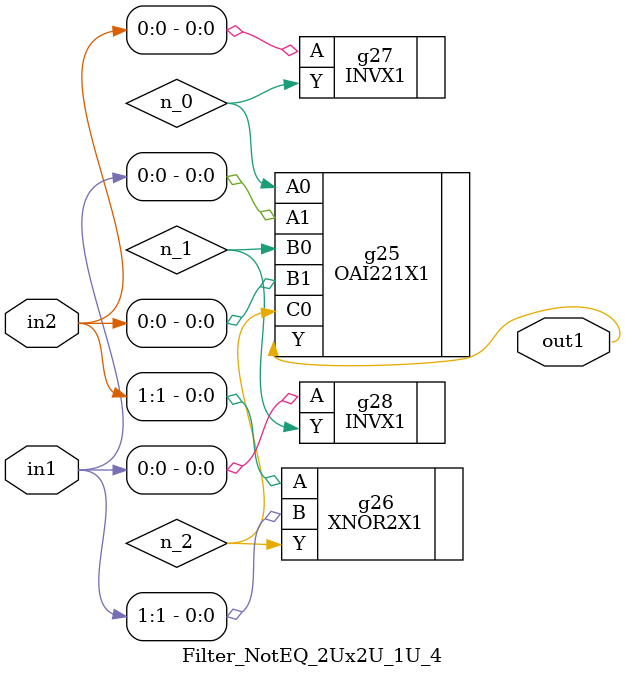
<source format=v>
`timescale 1ps / 1ps


module Filter_NotEQ_2Ux2U_1U_4(in2, in1, out1);
  input [1:0] in2, in1;
  output out1;
  wire [1:0] in2, in1;
  wire out1;
  wire n_0, n_1, n_2;
  OAI221X1 g25(.A0 (n_0), .A1 (in1[0]), .B0 (n_1), .B1 (in2[0]), .C0
       (n_2), .Y (out1));
  XNOR2X1 g26(.A (in2[1]), .B (in1[1]), .Y (n_2));
  INVX1 g28(.A (in1[0]), .Y (n_1));
  INVX1 g27(.A (in2[0]), .Y (n_0));
endmodule



</source>
